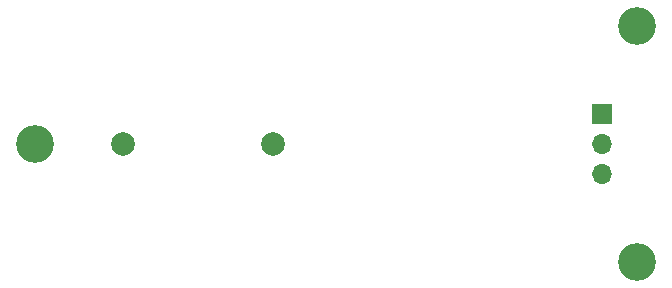
<source format=gbr>
%TF.GenerationSoftware,KiCad,Pcbnew,5.1.10-88a1d61d58~90~ubuntu21.04.1*%
%TF.CreationDate,2021-07-30T13:58:04+02:00*%
%TF.ProjectId,Detector_SMD_Simple,44657465-6374-46f7-925f-534d445f5369,rev?*%
%TF.SameCoordinates,Original*%
%TF.FileFunction,Soldermask,Bot*%
%TF.FilePolarity,Negative*%
%FSLAX46Y46*%
G04 Gerber Fmt 4.6, Leading zero omitted, Abs format (unit mm)*
G04 Created by KiCad (PCBNEW 5.1.10-88a1d61d58~90~ubuntu21.04.1) date 2021-07-30 13:58:04*
%MOMM*%
%LPD*%
G01*
G04 APERTURE LIST*
%ADD10O,1.700000X1.700000*%
%ADD11R,1.700000X1.700000*%
%ADD12C,2.000000*%
%ADD13C,3.200000*%
G04 APERTURE END LIST*
D10*
%TO.C,J3*%
X102000000Y-52540000D03*
X102000000Y-50000000D03*
D11*
X102000000Y-47460000D03*
%TD*%
D12*
%TO.C,CT1*%
X74150000Y-50000000D03*
X61450000Y-50000000D03*
%TD*%
D13*
%TO.C,H3*%
X105000000Y-60000000D03*
%TD*%
%TO.C,H2*%
X105000000Y-40000000D03*
%TD*%
%TO.C,H1*%
X54000000Y-50000000D03*
%TD*%
M02*

</source>
